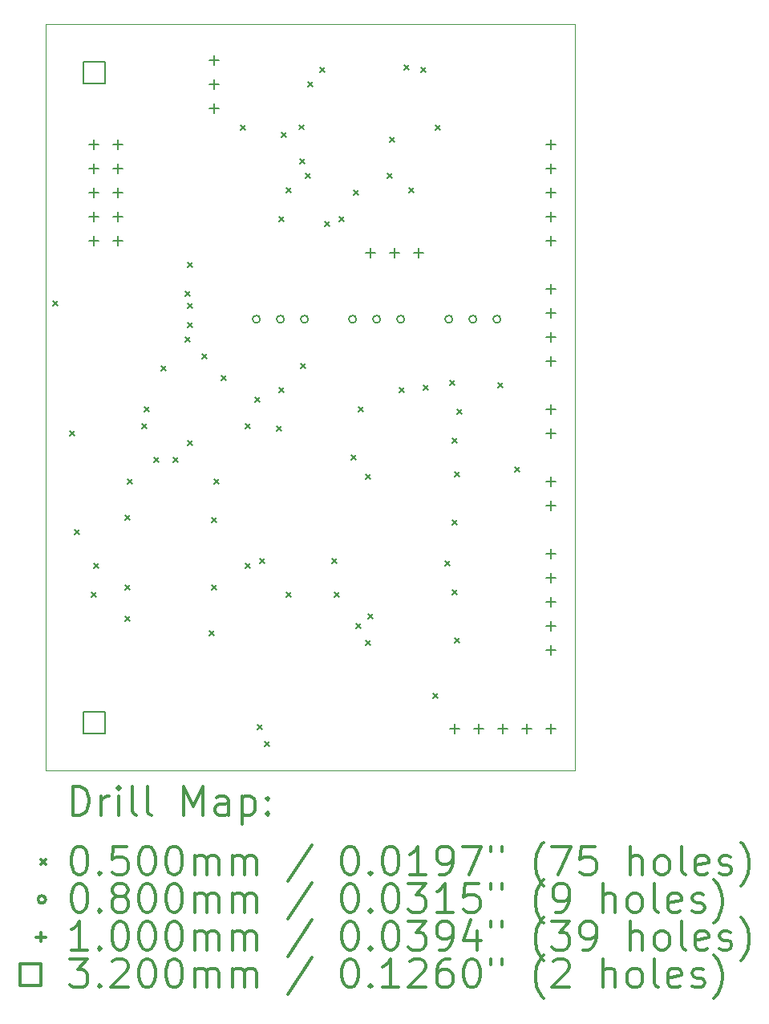
<source format=gbr>
%FSLAX45Y45*%
G04 Gerber Fmt 4.5, Leading zero omitted, Abs format (unit mm)*
G04 Created by KiCad (PCBNEW 5.1.12-84ad8e8a86~92~ubuntu20.04.1) date 2021-12-23 13:48:16*
%MOMM*%
%LPD*%
G01*
G04 APERTURE LIST*
%TA.AperFunction,Profile*%
%ADD10C,0.050000*%
%TD*%
%ADD11C,0.200000*%
%ADD12C,0.300000*%
G04 APERTURE END LIST*
D10*
X8128000Y-2540000D02*
X2540000Y-2540000D01*
X8128000Y-10414000D02*
X8128000Y-2540000D01*
X2540000Y-10414000D02*
X8128000Y-10414000D01*
X2540000Y-2540000D02*
X2540000Y-10414000D01*
D11*
X2616600Y-5461400D02*
X2666600Y-5511400D01*
X2666600Y-5461400D02*
X2616600Y-5511400D01*
X2794400Y-6833000D02*
X2844400Y-6883000D01*
X2844400Y-6833000D02*
X2794400Y-6883000D01*
X2845200Y-7874400D02*
X2895200Y-7924400D01*
X2895200Y-7874400D02*
X2845200Y-7924400D01*
X3023000Y-8534800D02*
X3073000Y-8584800D01*
X3073000Y-8534800D02*
X3023000Y-8584800D01*
X3048400Y-8230000D02*
X3098400Y-8280000D01*
X3098400Y-8230000D02*
X3048400Y-8280000D01*
X3378600Y-7722000D02*
X3428600Y-7772000D01*
X3428600Y-7722000D02*
X3378600Y-7772000D01*
X3378600Y-8458600D02*
X3428600Y-8508600D01*
X3428600Y-8458600D02*
X3378600Y-8508600D01*
X3378600Y-8788800D02*
X3428600Y-8838800D01*
X3428600Y-8788800D02*
X3378600Y-8838800D01*
X3404000Y-7341000D02*
X3454000Y-7391000D01*
X3454000Y-7341000D02*
X3404000Y-7391000D01*
X3556400Y-6756800D02*
X3606400Y-6806800D01*
X3606400Y-6756800D02*
X3556400Y-6806800D01*
X3581800Y-6579000D02*
X3631800Y-6629000D01*
X3631800Y-6579000D02*
X3581800Y-6629000D01*
X3683400Y-7112400D02*
X3733400Y-7162400D01*
X3733400Y-7112400D02*
X3683400Y-7162400D01*
X3759600Y-6147200D02*
X3809600Y-6197200D01*
X3809600Y-6147200D02*
X3759600Y-6197200D01*
X3886600Y-7112400D02*
X3936600Y-7162400D01*
X3936600Y-7112400D02*
X3886600Y-7162400D01*
X4013600Y-5359800D02*
X4063600Y-5409800D01*
X4063600Y-5359800D02*
X4013600Y-5409800D01*
X4013600Y-5842400D02*
X4063600Y-5892400D01*
X4063600Y-5842400D02*
X4013600Y-5892400D01*
X4039000Y-5055000D02*
X4089000Y-5105000D01*
X4089000Y-5055000D02*
X4039000Y-5105000D01*
X4039000Y-5486800D02*
X4089000Y-5536800D01*
X4089000Y-5486800D02*
X4039000Y-5536800D01*
X4039000Y-5690000D02*
X4089000Y-5740000D01*
X4089000Y-5690000D02*
X4039000Y-5740000D01*
X4039000Y-6934600D02*
X4089000Y-6984600D01*
X4089000Y-6934600D02*
X4039000Y-6984600D01*
X4191400Y-6020200D02*
X4241400Y-6070200D01*
X4241400Y-6020200D02*
X4191400Y-6070200D01*
X4267600Y-8941200D02*
X4317600Y-8991200D01*
X4317600Y-8941200D02*
X4267600Y-8991200D01*
X4293000Y-7747400D02*
X4343000Y-7797400D01*
X4343000Y-7747400D02*
X4293000Y-7797400D01*
X4293000Y-8458600D02*
X4343000Y-8508600D01*
X4343000Y-8458600D02*
X4293000Y-8508600D01*
X4318400Y-7341000D02*
X4368400Y-7391000D01*
X4368400Y-7341000D02*
X4318400Y-7391000D01*
X4394600Y-6248800D02*
X4444600Y-6298800D01*
X4444600Y-6248800D02*
X4394600Y-6298800D01*
X4597800Y-3607200D02*
X4647800Y-3657200D01*
X4647800Y-3607200D02*
X4597800Y-3657200D01*
X4648600Y-6756800D02*
X4698600Y-6806800D01*
X4698600Y-6756800D02*
X4648600Y-6806800D01*
X4648600Y-8230000D02*
X4698600Y-8280000D01*
X4698600Y-8230000D02*
X4648600Y-8280000D01*
X4750200Y-6477400D02*
X4800200Y-6527400D01*
X4800200Y-6477400D02*
X4750200Y-6527400D01*
X4775600Y-9931800D02*
X4825600Y-9981800D01*
X4825600Y-9931800D02*
X4775600Y-9981800D01*
X4801000Y-8179200D02*
X4851000Y-8229200D01*
X4851000Y-8179200D02*
X4801000Y-8229200D01*
X4851800Y-10109600D02*
X4901800Y-10159600D01*
X4901800Y-10109600D02*
X4851800Y-10159600D01*
X4978800Y-6782200D02*
X5028800Y-6832200D01*
X5028800Y-6782200D02*
X4978800Y-6832200D01*
X5004200Y-4572400D02*
X5054200Y-4622400D01*
X5054200Y-4572400D02*
X5004200Y-4622400D01*
X5004200Y-6375800D02*
X5054200Y-6425800D01*
X5054200Y-6375800D02*
X5004200Y-6425800D01*
X5029600Y-3678369D02*
X5079600Y-3728369D01*
X5079600Y-3678369D02*
X5029600Y-3728369D01*
X5080400Y-8534800D02*
X5130400Y-8584800D01*
X5130400Y-8534800D02*
X5080400Y-8584800D01*
X5080400Y-4267600D02*
X5130400Y-4317600D01*
X5130400Y-4267600D02*
X5080400Y-4317600D01*
X5214331Y-3600269D02*
X5264331Y-3650269D01*
X5264331Y-3600269D02*
X5214331Y-3650269D01*
X5221200Y-3962800D02*
X5271200Y-4012800D01*
X5271200Y-3962800D02*
X5221200Y-4012800D01*
X5232800Y-6121800D02*
X5282800Y-6171800D01*
X5282800Y-6121800D02*
X5232800Y-6171800D01*
X5283599Y-4115200D02*
X5333599Y-4165200D01*
X5333599Y-4115200D02*
X5283599Y-4165200D01*
X5309000Y-3150000D02*
X5359000Y-3200000D01*
X5359000Y-3150000D02*
X5309000Y-3200000D01*
X5436000Y-2997600D02*
X5486000Y-3047600D01*
X5486000Y-2997600D02*
X5436000Y-3047600D01*
X5486800Y-4623200D02*
X5536800Y-4673200D01*
X5536800Y-4623200D02*
X5486800Y-4673200D01*
X5563000Y-8179200D02*
X5613000Y-8229200D01*
X5613000Y-8179200D02*
X5563000Y-8229200D01*
X5589500Y-8534800D02*
X5639500Y-8584800D01*
X5639500Y-8534800D02*
X5589500Y-8584800D01*
X5639200Y-4572400D02*
X5689200Y-4622400D01*
X5689200Y-4572400D02*
X5639200Y-4622400D01*
X5766200Y-7087000D02*
X5816200Y-7137000D01*
X5816200Y-7087000D02*
X5766200Y-7137000D01*
X5791600Y-4293000D02*
X5841600Y-4343000D01*
X5841600Y-4293000D02*
X5791600Y-4343000D01*
X5817000Y-8865000D02*
X5867000Y-8915000D01*
X5867000Y-8865000D02*
X5817000Y-8915000D01*
X5842400Y-6579000D02*
X5892400Y-6629000D01*
X5892400Y-6579000D02*
X5842400Y-6629000D01*
X5918600Y-7290200D02*
X5968600Y-7340200D01*
X5968600Y-7290200D02*
X5918600Y-7340200D01*
X5918600Y-9042800D02*
X5968600Y-9092800D01*
X5968600Y-9042800D02*
X5918600Y-9092800D01*
X5944000Y-8763400D02*
X5994000Y-8813400D01*
X5994000Y-8763400D02*
X5944000Y-8813400D01*
X6147200Y-4115200D02*
X6197200Y-4165200D01*
X6197200Y-4115200D02*
X6147200Y-4165200D01*
X6172600Y-3734200D02*
X6222600Y-3784200D01*
X6222600Y-3734200D02*
X6172600Y-3784200D01*
X6274200Y-6375800D02*
X6324200Y-6425800D01*
X6324200Y-6375800D02*
X6274200Y-6425800D01*
X6325000Y-2972200D02*
X6375000Y-3022200D01*
X6375000Y-2972200D02*
X6325000Y-3022200D01*
X6375800Y-4267600D02*
X6425800Y-4317600D01*
X6425800Y-4267600D02*
X6375800Y-4317600D01*
X6502800Y-2997600D02*
X6552800Y-3047600D01*
X6552800Y-2997600D02*
X6502800Y-3047600D01*
X6528200Y-6351500D02*
X6578200Y-6401500D01*
X6578200Y-6351500D02*
X6528200Y-6401500D01*
X6629800Y-9601600D02*
X6679800Y-9651600D01*
X6679800Y-9601600D02*
X6629800Y-9651600D01*
X6655200Y-3607200D02*
X6705200Y-3657200D01*
X6705200Y-3607200D02*
X6655200Y-3657200D01*
X6756800Y-8204600D02*
X6806800Y-8254600D01*
X6806800Y-8204600D02*
X6756800Y-8254600D01*
X6807600Y-6299600D02*
X6857600Y-6349600D01*
X6857600Y-6299600D02*
X6807600Y-6349600D01*
X6833000Y-6909200D02*
X6883000Y-6959200D01*
X6883000Y-6909200D02*
X6833000Y-6959200D01*
X6833000Y-7772800D02*
X6883000Y-7822800D01*
X6883000Y-7772800D02*
X6833000Y-7822800D01*
X6833000Y-8509400D02*
X6883000Y-8559400D01*
X6883000Y-8509400D02*
X6833000Y-8559400D01*
X6858400Y-7264800D02*
X6908400Y-7314800D01*
X6908400Y-7264800D02*
X6858400Y-7314800D01*
X6858400Y-9017400D02*
X6908400Y-9067400D01*
X6908400Y-9017400D02*
X6858400Y-9067400D01*
X6885843Y-6601613D02*
X6935843Y-6651613D01*
X6935843Y-6601613D02*
X6885843Y-6651613D01*
X7315600Y-6325000D02*
X7365600Y-6375000D01*
X7365600Y-6325000D02*
X7315600Y-6375000D01*
X7493400Y-7214000D02*
X7543400Y-7264000D01*
X7543400Y-7214000D02*
X7493400Y-7264000D01*
X4802500Y-5651500D02*
G75*
G03*
X4802500Y-5651500I-40000J0D01*
G01*
X5056500Y-5651500D02*
G75*
G03*
X5056500Y-5651500I-40000J0D01*
G01*
X5310500Y-5651500D02*
G75*
G03*
X5310500Y-5651500I-40000J0D01*
G01*
X5818500Y-5651500D02*
G75*
G03*
X5818500Y-5651500I-40000J0D01*
G01*
X6072500Y-5651500D02*
G75*
G03*
X6072500Y-5651500I-40000J0D01*
G01*
X6326500Y-5651500D02*
G75*
G03*
X6326500Y-5651500I-40000J0D01*
G01*
X6834500Y-5651500D02*
G75*
G03*
X6834500Y-5651500I-40000J0D01*
G01*
X7088500Y-5651500D02*
G75*
G03*
X7088500Y-5651500I-40000J0D01*
G01*
X7342500Y-5651500D02*
G75*
G03*
X7342500Y-5651500I-40000J0D01*
G01*
X3048000Y-3760000D02*
X3048000Y-3860000D01*
X2998000Y-3810000D02*
X3098000Y-3810000D01*
X3048000Y-4014000D02*
X3048000Y-4114000D01*
X2998000Y-4064000D02*
X3098000Y-4064000D01*
X3048000Y-4268000D02*
X3048000Y-4368000D01*
X2998000Y-4318000D02*
X3098000Y-4318000D01*
X3048000Y-4522000D02*
X3048000Y-4622000D01*
X2998000Y-4572000D02*
X3098000Y-4572000D01*
X3048000Y-4776000D02*
X3048000Y-4876000D01*
X2998000Y-4826000D02*
X3098000Y-4826000D01*
X3302000Y-3760000D02*
X3302000Y-3860000D01*
X3252000Y-3810000D02*
X3352000Y-3810000D01*
X3302000Y-4014000D02*
X3302000Y-4114000D01*
X3252000Y-4064000D02*
X3352000Y-4064000D01*
X3302000Y-4268000D02*
X3302000Y-4368000D01*
X3252000Y-4318000D02*
X3352000Y-4318000D01*
X3302000Y-4522000D02*
X3302000Y-4622000D01*
X3252000Y-4572000D02*
X3352000Y-4572000D01*
X3302000Y-4776000D02*
X3302000Y-4876000D01*
X3252000Y-4826000D02*
X3352000Y-4826000D01*
X4318000Y-2871000D02*
X4318000Y-2971000D01*
X4268000Y-2921000D02*
X4368000Y-2921000D01*
X4318000Y-3125000D02*
X4318000Y-3225000D01*
X4268000Y-3175000D02*
X4368000Y-3175000D01*
X4318000Y-3379000D02*
X4318000Y-3479000D01*
X4268000Y-3429000D02*
X4368000Y-3429000D01*
X5969000Y-4903000D02*
X5969000Y-5003000D01*
X5919000Y-4953000D02*
X6019000Y-4953000D01*
X6223000Y-4903000D02*
X6223000Y-5003000D01*
X6173000Y-4953000D02*
X6273000Y-4953000D01*
X6477000Y-4903000D02*
X6477000Y-5003000D01*
X6427000Y-4953000D02*
X6527000Y-4953000D01*
X6858000Y-9919500D02*
X6858000Y-10019500D01*
X6808000Y-9969500D02*
X6908000Y-9969500D01*
X7112000Y-9919500D02*
X7112000Y-10019500D01*
X7062000Y-9969500D02*
X7162000Y-9969500D01*
X7366000Y-9919500D02*
X7366000Y-10019500D01*
X7316000Y-9969500D02*
X7416000Y-9969500D01*
X7620000Y-9919500D02*
X7620000Y-10019500D01*
X7570000Y-9969500D02*
X7670000Y-9969500D01*
X7874000Y-3760000D02*
X7874000Y-3860000D01*
X7824000Y-3810000D02*
X7924000Y-3810000D01*
X7874000Y-4014000D02*
X7874000Y-4114000D01*
X7824000Y-4064000D02*
X7924000Y-4064000D01*
X7874000Y-4268000D02*
X7874000Y-4368000D01*
X7824000Y-4318000D02*
X7924000Y-4318000D01*
X7874000Y-4522000D02*
X7874000Y-4622000D01*
X7824000Y-4572000D02*
X7924000Y-4572000D01*
X7874000Y-4776000D02*
X7874000Y-4876000D01*
X7824000Y-4826000D02*
X7924000Y-4826000D01*
X7874000Y-5284000D02*
X7874000Y-5384000D01*
X7824000Y-5334000D02*
X7924000Y-5334000D01*
X7874000Y-5538000D02*
X7874000Y-5638000D01*
X7824000Y-5588000D02*
X7924000Y-5588000D01*
X7874000Y-5792000D02*
X7874000Y-5892000D01*
X7824000Y-5842000D02*
X7924000Y-5842000D01*
X7874000Y-6046000D02*
X7874000Y-6146000D01*
X7824000Y-6096000D02*
X7924000Y-6096000D01*
X7874000Y-6554000D02*
X7874000Y-6654000D01*
X7824000Y-6604000D02*
X7924000Y-6604000D01*
X7874000Y-6808000D02*
X7874000Y-6908000D01*
X7824000Y-6858000D02*
X7924000Y-6858000D01*
X7874000Y-7316000D02*
X7874000Y-7416000D01*
X7824000Y-7366000D02*
X7924000Y-7366000D01*
X7874000Y-7570000D02*
X7874000Y-7670000D01*
X7824000Y-7620000D02*
X7924000Y-7620000D01*
X7874000Y-8078000D02*
X7874000Y-8178000D01*
X7824000Y-8128000D02*
X7924000Y-8128000D01*
X7874000Y-8332000D02*
X7874000Y-8432000D01*
X7824000Y-8382000D02*
X7924000Y-8382000D01*
X7874000Y-8586000D02*
X7874000Y-8686000D01*
X7824000Y-8636000D02*
X7924000Y-8636000D01*
X7874000Y-8840000D02*
X7874000Y-8940000D01*
X7824000Y-8890000D02*
X7924000Y-8890000D01*
X7874000Y-9094000D02*
X7874000Y-9194000D01*
X7824000Y-9144000D02*
X7924000Y-9144000D01*
X7874000Y-9919500D02*
X7874000Y-10019500D01*
X7824000Y-9969500D02*
X7924000Y-9969500D01*
X3161138Y-3161138D02*
X3161138Y-2934862D01*
X2934862Y-2934862D01*
X2934862Y-3161138D01*
X3161138Y-3161138D01*
X3161138Y-10019138D02*
X3161138Y-9792862D01*
X2934862Y-9792862D01*
X2934862Y-10019138D01*
X3161138Y-10019138D01*
D12*
X2823928Y-10882214D02*
X2823928Y-10582214D01*
X2895357Y-10582214D01*
X2938214Y-10596500D01*
X2966786Y-10625072D01*
X2981071Y-10653643D01*
X2995357Y-10710786D01*
X2995357Y-10753643D01*
X2981071Y-10810786D01*
X2966786Y-10839357D01*
X2938214Y-10867929D01*
X2895357Y-10882214D01*
X2823928Y-10882214D01*
X3123928Y-10882214D02*
X3123928Y-10682214D01*
X3123928Y-10739357D02*
X3138214Y-10710786D01*
X3152500Y-10696500D01*
X3181071Y-10682214D01*
X3209643Y-10682214D01*
X3309643Y-10882214D02*
X3309643Y-10682214D01*
X3309643Y-10582214D02*
X3295357Y-10596500D01*
X3309643Y-10610786D01*
X3323928Y-10596500D01*
X3309643Y-10582214D01*
X3309643Y-10610786D01*
X3495357Y-10882214D02*
X3466786Y-10867929D01*
X3452500Y-10839357D01*
X3452500Y-10582214D01*
X3652500Y-10882214D02*
X3623928Y-10867929D01*
X3609643Y-10839357D01*
X3609643Y-10582214D01*
X3995357Y-10882214D02*
X3995357Y-10582214D01*
X4095357Y-10796500D01*
X4195357Y-10582214D01*
X4195357Y-10882214D01*
X4466786Y-10882214D02*
X4466786Y-10725072D01*
X4452500Y-10696500D01*
X4423928Y-10682214D01*
X4366786Y-10682214D01*
X4338214Y-10696500D01*
X4466786Y-10867929D02*
X4438214Y-10882214D01*
X4366786Y-10882214D01*
X4338214Y-10867929D01*
X4323928Y-10839357D01*
X4323928Y-10810786D01*
X4338214Y-10782214D01*
X4366786Y-10767929D01*
X4438214Y-10767929D01*
X4466786Y-10753643D01*
X4609643Y-10682214D02*
X4609643Y-10982214D01*
X4609643Y-10696500D02*
X4638214Y-10682214D01*
X4695357Y-10682214D01*
X4723928Y-10696500D01*
X4738214Y-10710786D01*
X4752500Y-10739357D01*
X4752500Y-10825072D01*
X4738214Y-10853643D01*
X4723928Y-10867929D01*
X4695357Y-10882214D01*
X4638214Y-10882214D01*
X4609643Y-10867929D01*
X4881071Y-10853643D02*
X4895357Y-10867929D01*
X4881071Y-10882214D01*
X4866786Y-10867929D01*
X4881071Y-10853643D01*
X4881071Y-10882214D01*
X4881071Y-10696500D02*
X4895357Y-10710786D01*
X4881071Y-10725072D01*
X4866786Y-10710786D01*
X4881071Y-10696500D01*
X4881071Y-10725072D01*
X2487500Y-11351500D02*
X2537500Y-11401500D01*
X2537500Y-11351500D02*
X2487500Y-11401500D01*
X2881071Y-11212214D02*
X2909643Y-11212214D01*
X2938214Y-11226500D01*
X2952500Y-11240786D01*
X2966786Y-11269357D01*
X2981071Y-11326500D01*
X2981071Y-11397929D01*
X2966786Y-11455071D01*
X2952500Y-11483643D01*
X2938214Y-11497929D01*
X2909643Y-11512214D01*
X2881071Y-11512214D01*
X2852500Y-11497929D01*
X2838214Y-11483643D01*
X2823928Y-11455071D01*
X2809643Y-11397929D01*
X2809643Y-11326500D01*
X2823928Y-11269357D01*
X2838214Y-11240786D01*
X2852500Y-11226500D01*
X2881071Y-11212214D01*
X3109643Y-11483643D02*
X3123928Y-11497929D01*
X3109643Y-11512214D01*
X3095357Y-11497929D01*
X3109643Y-11483643D01*
X3109643Y-11512214D01*
X3395357Y-11212214D02*
X3252500Y-11212214D01*
X3238214Y-11355071D01*
X3252500Y-11340786D01*
X3281071Y-11326500D01*
X3352500Y-11326500D01*
X3381071Y-11340786D01*
X3395357Y-11355071D01*
X3409643Y-11383643D01*
X3409643Y-11455071D01*
X3395357Y-11483643D01*
X3381071Y-11497929D01*
X3352500Y-11512214D01*
X3281071Y-11512214D01*
X3252500Y-11497929D01*
X3238214Y-11483643D01*
X3595357Y-11212214D02*
X3623928Y-11212214D01*
X3652500Y-11226500D01*
X3666786Y-11240786D01*
X3681071Y-11269357D01*
X3695357Y-11326500D01*
X3695357Y-11397929D01*
X3681071Y-11455071D01*
X3666786Y-11483643D01*
X3652500Y-11497929D01*
X3623928Y-11512214D01*
X3595357Y-11512214D01*
X3566786Y-11497929D01*
X3552500Y-11483643D01*
X3538214Y-11455071D01*
X3523928Y-11397929D01*
X3523928Y-11326500D01*
X3538214Y-11269357D01*
X3552500Y-11240786D01*
X3566786Y-11226500D01*
X3595357Y-11212214D01*
X3881071Y-11212214D02*
X3909643Y-11212214D01*
X3938214Y-11226500D01*
X3952500Y-11240786D01*
X3966786Y-11269357D01*
X3981071Y-11326500D01*
X3981071Y-11397929D01*
X3966786Y-11455071D01*
X3952500Y-11483643D01*
X3938214Y-11497929D01*
X3909643Y-11512214D01*
X3881071Y-11512214D01*
X3852500Y-11497929D01*
X3838214Y-11483643D01*
X3823928Y-11455071D01*
X3809643Y-11397929D01*
X3809643Y-11326500D01*
X3823928Y-11269357D01*
X3838214Y-11240786D01*
X3852500Y-11226500D01*
X3881071Y-11212214D01*
X4109643Y-11512214D02*
X4109643Y-11312214D01*
X4109643Y-11340786D02*
X4123928Y-11326500D01*
X4152500Y-11312214D01*
X4195357Y-11312214D01*
X4223928Y-11326500D01*
X4238214Y-11355071D01*
X4238214Y-11512214D01*
X4238214Y-11355071D02*
X4252500Y-11326500D01*
X4281071Y-11312214D01*
X4323928Y-11312214D01*
X4352500Y-11326500D01*
X4366786Y-11355071D01*
X4366786Y-11512214D01*
X4509643Y-11512214D02*
X4509643Y-11312214D01*
X4509643Y-11340786D02*
X4523928Y-11326500D01*
X4552500Y-11312214D01*
X4595357Y-11312214D01*
X4623928Y-11326500D01*
X4638214Y-11355071D01*
X4638214Y-11512214D01*
X4638214Y-11355071D02*
X4652500Y-11326500D01*
X4681071Y-11312214D01*
X4723928Y-11312214D01*
X4752500Y-11326500D01*
X4766786Y-11355071D01*
X4766786Y-11512214D01*
X5352500Y-11197929D02*
X5095357Y-11583643D01*
X5738214Y-11212214D02*
X5766786Y-11212214D01*
X5795357Y-11226500D01*
X5809643Y-11240786D01*
X5823928Y-11269357D01*
X5838214Y-11326500D01*
X5838214Y-11397929D01*
X5823928Y-11455071D01*
X5809643Y-11483643D01*
X5795357Y-11497929D01*
X5766786Y-11512214D01*
X5738214Y-11512214D01*
X5709643Y-11497929D01*
X5695357Y-11483643D01*
X5681071Y-11455071D01*
X5666786Y-11397929D01*
X5666786Y-11326500D01*
X5681071Y-11269357D01*
X5695357Y-11240786D01*
X5709643Y-11226500D01*
X5738214Y-11212214D01*
X5966786Y-11483643D02*
X5981071Y-11497929D01*
X5966786Y-11512214D01*
X5952500Y-11497929D01*
X5966786Y-11483643D01*
X5966786Y-11512214D01*
X6166786Y-11212214D02*
X6195357Y-11212214D01*
X6223928Y-11226500D01*
X6238214Y-11240786D01*
X6252500Y-11269357D01*
X6266786Y-11326500D01*
X6266786Y-11397929D01*
X6252500Y-11455071D01*
X6238214Y-11483643D01*
X6223928Y-11497929D01*
X6195357Y-11512214D01*
X6166786Y-11512214D01*
X6138214Y-11497929D01*
X6123928Y-11483643D01*
X6109643Y-11455071D01*
X6095357Y-11397929D01*
X6095357Y-11326500D01*
X6109643Y-11269357D01*
X6123928Y-11240786D01*
X6138214Y-11226500D01*
X6166786Y-11212214D01*
X6552500Y-11512214D02*
X6381071Y-11512214D01*
X6466786Y-11512214D02*
X6466786Y-11212214D01*
X6438214Y-11255071D01*
X6409643Y-11283643D01*
X6381071Y-11297929D01*
X6695357Y-11512214D02*
X6752500Y-11512214D01*
X6781071Y-11497929D01*
X6795357Y-11483643D01*
X6823928Y-11440786D01*
X6838214Y-11383643D01*
X6838214Y-11269357D01*
X6823928Y-11240786D01*
X6809643Y-11226500D01*
X6781071Y-11212214D01*
X6723928Y-11212214D01*
X6695357Y-11226500D01*
X6681071Y-11240786D01*
X6666786Y-11269357D01*
X6666786Y-11340786D01*
X6681071Y-11369357D01*
X6695357Y-11383643D01*
X6723928Y-11397929D01*
X6781071Y-11397929D01*
X6809643Y-11383643D01*
X6823928Y-11369357D01*
X6838214Y-11340786D01*
X6938214Y-11212214D02*
X7138214Y-11212214D01*
X7009643Y-11512214D01*
X7238214Y-11212214D02*
X7238214Y-11269357D01*
X7352500Y-11212214D02*
X7352500Y-11269357D01*
X7795357Y-11626500D02*
X7781071Y-11612214D01*
X7752500Y-11569357D01*
X7738214Y-11540786D01*
X7723928Y-11497929D01*
X7709643Y-11426500D01*
X7709643Y-11369357D01*
X7723928Y-11297929D01*
X7738214Y-11255071D01*
X7752500Y-11226500D01*
X7781071Y-11183643D01*
X7795357Y-11169357D01*
X7881071Y-11212214D02*
X8081071Y-11212214D01*
X7952500Y-11512214D01*
X8338214Y-11212214D02*
X8195357Y-11212214D01*
X8181071Y-11355071D01*
X8195357Y-11340786D01*
X8223928Y-11326500D01*
X8295357Y-11326500D01*
X8323928Y-11340786D01*
X8338214Y-11355071D01*
X8352500Y-11383643D01*
X8352500Y-11455071D01*
X8338214Y-11483643D01*
X8323928Y-11497929D01*
X8295357Y-11512214D01*
X8223928Y-11512214D01*
X8195357Y-11497929D01*
X8181071Y-11483643D01*
X8709643Y-11512214D02*
X8709643Y-11212214D01*
X8838214Y-11512214D02*
X8838214Y-11355071D01*
X8823928Y-11326500D01*
X8795357Y-11312214D01*
X8752500Y-11312214D01*
X8723928Y-11326500D01*
X8709643Y-11340786D01*
X9023928Y-11512214D02*
X8995357Y-11497929D01*
X8981071Y-11483643D01*
X8966786Y-11455071D01*
X8966786Y-11369357D01*
X8981071Y-11340786D01*
X8995357Y-11326500D01*
X9023928Y-11312214D01*
X9066786Y-11312214D01*
X9095357Y-11326500D01*
X9109643Y-11340786D01*
X9123928Y-11369357D01*
X9123928Y-11455071D01*
X9109643Y-11483643D01*
X9095357Y-11497929D01*
X9066786Y-11512214D01*
X9023928Y-11512214D01*
X9295357Y-11512214D02*
X9266786Y-11497929D01*
X9252500Y-11469357D01*
X9252500Y-11212214D01*
X9523928Y-11497929D02*
X9495357Y-11512214D01*
X9438214Y-11512214D01*
X9409643Y-11497929D01*
X9395357Y-11469357D01*
X9395357Y-11355071D01*
X9409643Y-11326500D01*
X9438214Y-11312214D01*
X9495357Y-11312214D01*
X9523928Y-11326500D01*
X9538214Y-11355071D01*
X9538214Y-11383643D01*
X9395357Y-11412214D01*
X9652500Y-11497929D02*
X9681071Y-11512214D01*
X9738214Y-11512214D01*
X9766786Y-11497929D01*
X9781071Y-11469357D01*
X9781071Y-11455071D01*
X9766786Y-11426500D01*
X9738214Y-11412214D01*
X9695357Y-11412214D01*
X9666786Y-11397929D01*
X9652500Y-11369357D01*
X9652500Y-11355071D01*
X9666786Y-11326500D01*
X9695357Y-11312214D01*
X9738214Y-11312214D01*
X9766786Y-11326500D01*
X9881071Y-11626500D02*
X9895357Y-11612214D01*
X9923928Y-11569357D01*
X9938214Y-11540786D01*
X9952500Y-11497929D01*
X9966786Y-11426500D01*
X9966786Y-11369357D01*
X9952500Y-11297929D01*
X9938214Y-11255071D01*
X9923928Y-11226500D01*
X9895357Y-11183643D01*
X9881071Y-11169357D01*
X2537500Y-11772500D02*
G75*
G03*
X2537500Y-11772500I-40000J0D01*
G01*
X2881071Y-11608214D02*
X2909643Y-11608214D01*
X2938214Y-11622500D01*
X2952500Y-11636786D01*
X2966786Y-11665357D01*
X2981071Y-11722500D01*
X2981071Y-11793929D01*
X2966786Y-11851071D01*
X2952500Y-11879643D01*
X2938214Y-11893929D01*
X2909643Y-11908214D01*
X2881071Y-11908214D01*
X2852500Y-11893929D01*
X2838214Y-11879643D01*
X2823928Y-11851071D01*
X2809643Y-11793929D01*
X2809643Y-11722500D01*
X2823928Y-11665357D01*
X2838214Y-11636786D01*
X2852500Y-11622500D01*
X2881071Y-11608214D01*
X3109643Y-11879643D02*
X3123928Y-11893929D01*
X3109643Y-11908214D01*
X3095357Y-11893929D01*
X3109643Y-11879643D01*
X3109643Y-11908214D01*
X3295357Y-11736786D02*
X3266786Y-11722500D01*
X3252500Y-11708214D01*
X3238214Y-11679643D01*
X3238214Y-11665357D01*
X3252500Y-11636786D01*
X3266786Y-11622500D01*
X3295357Y-11608214D01*
X3352500Y-11608214D01*
X3381071Y-11622500D01*
X3395357Y-11636786D01*
X3409643Y-11665357D01*
X3409643Y-11679643D01*
X3395357Y-11708214D01*
X3381071Y-11722500D01*
X3352500Y-11736786D01*
X3295357Y-11736786D01*
X3266786Y-11751071D01*
X3252500Y-11765357D01*
X3238214Y-11793929D01*
X3238214Y-11851071D01*
X3252500Y-11879643D01*
X3266786Y-11893929D01*
X3295357Y-11908214D01*
X3352500Y-11908214D01*
X3381071Y-11893929D01*
X3395357Y-11879643D01*
X3409643Y-11851071D01*
X3409643Y-11793929D01*
X3395357Y-11765357D01*
X3381071Y-11751071D01*
X3352500Y-11736786D01*
X3595357Y-11608214D02*
X3623928Y-11608214D01*
X3652500Y-11622500D01*
X3666786Y-11636786D01*
X3681071Y-11665357D01*
X3695357Y-11722500D01*
X3695357Y-11793929D01*
X3681071Y-11851071D01*
X3666786Y-11879643D01*
X3652500Y-11893929D01*
X3623928Y-11908214D01*
X3595357Y-11908214D01*
X3566786Y-11893929D01*
X3552500Y-11879643D01*
X3538214Y-11851071D01*
X3523928Y-11793929D01*
X3523928Y-11722500D01*
X3538214Y-11665357D01*
X3552500Y-11636786D01*
X3566786Y-11622500D01*
X3595357Y-11608214D01*
X3881071Y-11608214D02*
X3909643Y-11608214D01*
X3938214Y-11622500D01*
X3952500Y-11636786D01*
X3966786Y-11665357D01*
X3981071Y-11722500D01*
X3981071Y-11793929D01*
X3966786Y-11851071D01*
X3952500Y-11879643D01*
X3938214Y-11893929D01*
X3909643Y-11908214D01*
X3881071Y-11908214D01*
X3852500Y-11893929D01*
X3838214Y-11879643D01*
X3823928Y-11851071D01*
X3809643Y-11793929D01*
X3809643Y-11722500D01*
X3823928Y-11665357D01*
X3838214Y-11636786D01*
X3852500Y-11622500D01*
X3881071Y-11608214D01*
X4109643Y-11908214D02*
X4109643Y-11708214D01*
X4109643Y-11736786D02*
X4123928Y-11722500D01*
X4152500Y-11708214D01*
X4195357Y-11708214D01*
X4223928Y-11722500D01*
X4238214Y-11751071D01*
X4238214Y-11908214D01*
X4238214Y-11751071D02*
X4252500Y-11722500D01*
X4281071Y-11708214D01*
X4323928Y-11708214D01*
X4352500Y-11722500D01*
X4366786Y-11751071D01*
X4366786Y-11908214D01*
X4509643Y-11908214D02*
X4509643Y-11708214D01*
X4509643Y-11736786D02*
X4523928Y-11722500D01*
X4552500Y-11708214D01*
X4595357Y-11708214D01*
X4623928Y-11722500D01*
X4638214Y-11751071D01*
X4638214Y-11908214D01*
X4638214Y-11751071D02*
X4652500Y-11722500D01*
X4681071Y-11708214D01*
X4723928Y-11708214D01*
X4752500Y-11722500D01*
X4766786Y-11751071D01*
X4766786Y-11908214D01*
X5352500Y-11593929D02*
X5095357Y-11979643D01*
X5738214Y-11608214D02*
X5766786Y-11608214D01*
X5795357Y-11622500D01*
X5809643Y-11636786D01*
X5823928Y-11665357D01*
X5838214Y-11722500D01*
X5838214Y-11793929D01*
X5823928Y-11851071D01*
X5809643Y-11879643D01*
X5795357Y-11893929D01*
X5766786Y-11908214D01*
X5738214Y-11908214D01*
X5709643Y-11893929D01*
X5695357Y-11879643D01*
X5681071Y-11851071D01*
X5666786Y-11793929D01*
X5666786Y-11722500D01*
X5681071Y-11665357D01*
X5695357Y-11636786D01*
X5709643Y-11622500D01*
X5738214Y-11608214D01*
X5966786Y-11879643D02*
X5981071Y-11893929D01*
X5966786Y-11908214D01*
X5952500Y-11893929D01*
X5966786Y-11879643D01*
X5966786Y-11908214D01*
X6166786Y-11608214D02*
X6195357Y-11608214D01*
X6223928Y-11622500D01*
X6238214Y-11636786D01*
X6252500Y-11665357D01*
X6266786Y-11722500D01*
X6266786Y-11793929D01*
X6252500Y-11851071D01*
X6238214Y-11879643D01*
X6223928Y-11893929D01*
X6195357Y-11908214D01*
X6166786Y-11908214D01*
X6138214Y-11893929D01*
X6123928Y-11879643D01*
X6109643Y-11851071D01*
X6095357Y-11793929D01*
X6095357Y-11722500D01*
X6109643Y-11665357D01*
X6123928Y-11636786D01*
X6138214Y-11622500D01*
X6166786Y-11608214D01*
X6366786Y-11608214D02*
X6552500Y-11608214D01*
X6452500Y-11722500D01*
X6495357Y-11722500D01*
X6523928Y-11736786D01*
X6538214Y-11751071D01*
X6552500Y-11779643D01*
X6552500Y-11851071D01*
X6538214Y-11879643D01*
X6523928Y-11893929D01*
X6495357Y-11908214D01*
X6409643Y-11908214D01*
X6381071Y-11893929D01*
X6366786Y-11879643D01*
X6838214Y-11908214D02*
X6666786Y-11908214D01*
X6752500Y-11908214D02*
X6752500Y-11608214D01*
X6723928Y-11651071D01*
X6695357Y-11679643D01*
X6666786Y-11693929D01*
X7109643Y-11608214D02*
X6966786Y-11608214D01*
X6952500Y-11751071D01*
X6966786Y-11736786D01*
X6995357Y-11722500D01*
X7066786Y-11722500D01*
X7095357Y-11736786D01*
X7109643Y-11751071D01*
X7123928Y-11779643D01*
X7123928Y-11851071D01*
X7109643Y-11879643D01*
X7095357Y-11893929D01*
X7066786Y-11908214D01*
X6995357Y-11908214D01*
X6966786Y-11893929D01*
X6952500Y-11879643D01*
X7238214Y-11608214D02*
X7238214Y-11665357D01*
X7352500Y-11608214D02*
X7352500Y-11665357D01*
X7795357Y-12022500D02*
X7781071Y-12008214D01*
X7752500Y-11965357D01*
X7738214Y-11936786D01*
X7723928Y-11893929D01*
X7709643Y-11822500D01*
X7709643Y-11765357D01*
X7723928Y-11693929D01*
X7738214Y-11651071D01*
X7752500Y-11622500D01*
X7781071Y-11579643D01*
X7795357Y-11565357D01*
X7923928Y-11908214D02*
X7981071Y-11908214D01*
X8009643Y-11893929D01*
X8023928Y-11879643D01*
X8052500Y-11836786D01*
X8066786Y-11779643D01*
X8066786Y-11665357D01*
X8052500Y-11636786D01*
X8038214Y-11622500D01*
X8009643Y-11608214D01*
X7952500Y-11608214D01*
X7923928Y-11622500D01*
X7909643Y-11636786D01*
X7895357Y-11665357D01*
X7895357Y-11736786D01*
X7909643Y-11765357D01*
X7923928Y-11779643D01*
X7952500Y-11793929D01*
X8009643Y-11793929D01*
X8038214Y-11779643D01*
X8052500Y-11765357D01*
X8066786Y-11736786D01*
X8423928Y-11908214D02*
X8423928Y-11608214D01*
X8552500Y-11908214D02*
X8552500Y-11751071D01*
X8538214Y-11722500D01*
X8509643Y-11708214D01*
X8466786Y-11708214D01*
X8438214Y-11722500D01*
X8423928Y-11736786D01*
X8738214Y-11908214D02*
X8709643Y-11893929D01*
X8695357Y-11879643D01*
X8681071Y-11851071D01*
X8681071Y-11765357D01*
X8695357Y-11736786D01*
X8709643Y-11722500D01*
X8738214Y-11708214D01*
X8781071Y-11708214D01*
X8809643Y-11722500D01*
X8823928Y-11736786D01*
X8838214Y-11765357D01*
X8838214Y-11851071D01*
X8823928Y-11879643D01*
X8809643Y-11893929D01*
X8781071Y-11908214D01*
X8738214Y-11908214D01*
X9009643Y-11908214D02*
X8981071Y-11893929D01*
X8966786Y-11865357D01*
X8966786Y-11608214D01*
X9238214Y-11893929D02*
X9209643Y-11908214D01*
X9152500Y-11908214D01*
X9123928Y-11893929D01*
X9109643Y-11865357D01*
X9109643Y-11751071D01*
X9123928Y-11722500D01*
X9152500Y-11708214D01*
X9209643Y-11708214D01*
X9238214Y-11722500D01*
X9252500Y-11751071D01*
X9252500Y-11779643D01*
X9109643Y-11808214D01*
X9366786Y-11893929D02*
X9395357Y-11908214D01*
X9452500Y-11908214D01*
X9481071Y-11893929D01*
X9495357Y-11865357D01*
X9495357Y-11851071D01*
X9481071Y-11822500D01*
X9452500Y-11808214D01*
X9409643Y-11808214D01*
X9381071Y-11793929D01*
X9366786Y-11765357D01*
X9366786Y-11751071D01*
X9381071Y-11722500D01*
X9409643Y-11708214D01*
X9452500Y-11708214D01*
X9481071Y-11722500D01*
X9595357Y-12022500D02*
X9609643Y-12008214D01*
X9638214Y-11965357D01*
X9652500Y-11936786D01*
X9666786Y-11893929D01*
X9681071Y-11822500D01*
X9681071Y-11765357D01*
X9666786Y-11693929D01*
X9652500Y-11651071D01*
X9638214Y-11622500D01*
X9609643Y-11579643D01*
X9595357Y-11565357D01*
X2487500Y-12118500D02*
X2487500Y-12218500D01*
X2437500Y-12168500D02*
X2537500Y-12168500D01*
X2981071Y-12304214D02*
X2809643Y-12304214D01*
X2895357Y-12304214D02*
X2895357Y-12004214D01*
X2866786Y-12047071D01*
X2838214Y-12075643D01*
X2809643Y-12089929D01*
X3109643Y-12275643D02*
X3123928Y-12289929D01*
X3109643Y-12304214D01*
X3095357Y-12289929D01*
X3109643Y-12275643D01*
X3109643Y-12304214D01*
X3309643Y-12004214D02*
X3338214Y-12004214D01*
X3366786Y-12018500D01*
X3381071Y-12032786D01*
X3395357Y-12061357D01*
X3409643Y-12118500D01*
X3409643Y-12189929D01*
X3395357Y-12247071D01*
X3381071Y-12275643D01*
X3366786Y-12289929D01*
X3338214Y-12304214D01*
X3309643Y-12304214D01*
X3281071Y-12289929D01*
X3266786Y-12275643D01*
X3252500Y-12247071D01*
X3238214Y-12189929D01*
X3238214Y-12118500D01*
X3252500Y-12061357D01*
X3266786Y-12032786D01*
X3281071Y-12018500D01*
X3309643Y-12004214D01*
X3595357Y-12004214D02*
X3623928Y-12004214D01*
X3652500Y-12018500D01*
X3666786Y-12032786D01*
X3681071Y-12061357D01*
X3695357Y-12118500D01*
X3695357Y-12189929D01*
X3681071Y-12247071D01*
X3666786Y-12275643D01*
X3652500Y-12289929D01*
X3623928Y-12304214D01*
X3595357Y-12304214D01*
X3566786Y-12289929D01*
X3552500Y-12275643D01*
X3538214Y-12247071D01*
X3523928Y-12189929D01*
X3523928Y-12118500D01*
X3538214Y-12061357D01*
X3552500Y-12032786D01*
X3566786Y-12018500D01*
X3595357Y-12004214D01*
X3881071Y-12004214D02*
X3909643Y-12004214D01*
X3938214Y-12018500D01*
X3952500Y-12032786D01*
X3966786Y-12061357D01*
X3981071Y-12118500D01*
X3981071Y-12189929D01*
X3966786Y-12247071D01*
X3952500Y-12275643D01*
X3938214Y-12289929D01*
X3909643Y-12304214D01*
X3881071Y-12304214D01*
X3852500Y-12289929D01*
X3838214Y-12275643D01*
X3823928Y-12247071D01*
X3809643Y-12189929D01*
X3809643Y-12118500D01*
X3823928Y-12061357D01*
X3838214Y-12032786D01*
X3852500Y-12018500D01*
X3881071Y-12004214D01*
X4109643Y-12304214D02*
X4109643Y-12104214D01*
X4109643Y-12132786D02*
X4123928Y-12118500D01*
X4152500Y-12104214D01*
X4195357Y-12104214D01*
X4223928Y-12118500D01*
X4238214Y-12147071D01*
X4238214Y-12304214D01*
X4238214Y-12147071D02*
X4252500Y-12118500D01*
X4281071Y-12104214D01*
X4323928Y-12104214D01*
X4352500Y-12118500D01*
X4366786Y-12147071D01*
X4366786Y-12304214D01*
X4509643Y-12304214D02*
X4509643Y-12104214D01*
X4509643Y-12132786D02*
X4523928Y-12118500D01*
X4552500Y-12104214D01*
X4595357Y-12104214D01*
X4623928Y-12118500D01*
X4638214Y-12147071D01*
X4638214Y-12304214D01*
X4638214Y-12147071D02*
X4652500Y-12118500D01*
X4681071Y-12104214D01*
X4723928Y-12104214D01*
X4752500Y-12118500D01*
X4766786Y-12147071D01*
X4766786Y-12304214D01*
X5352500Y-11989929D02*
X5095357Y-12375643D01*
X5738214Y-12004214D02*
X5766786Y-12004214D01*
X5795357Y-12018500D01*
X5809643Y-12032786D01*
X5823928Y-12061357D01*
X5838214Y-12118500D01*
X5838214Y-12189929D01*
X5823928Y-12247071D01*
X5809643Y-12275643D01*
X5795357Y-12289929D01*
X5766786Y-12304214D01*
X5738214Y-12304214D01*
X5709643Y-12289929D01*
X5695357Y-12275643D01*
X5681071Y-12247071D01*
X5666786Y-12189929D01*
X5666786Y-12118500D01*
X5681071Y-12061357D01*
X5695357Y-12032786D01*
X5709643Y-12018500D01*
X5738214Y-12004214D01*
X5966786Y-12275643D02*
X5981071Y-12289929D01*
X5966786Y-12304214D01*
X5952500Y-12289929D01*
X5966786Y-12275643D01*
X5966786Y-12304214D01*
X6166786Y-12004214D02*
X6195357Y-12004214D01*
X6223928Y-12018500D01*
X6238214Y-12032786D01*
X6252500Y-12061357D01*
X6266786Y-12118500D01*
X6266786Y-12189929D01*
X6252500Y-12247071D01*
X6238214Y-12275643D01*
X6223928Y-12289929D01*
X6195357Y-12304214D01*
X6166786Y-12304214D01*
X6138214Y-12289929D01*
X6123928Y-12275643D01*
X6109643Y-12247071D01*
X6095357Y-12189929D01*
X6095357Y-12118500D01*
X6109643Y-12061357D01*
X6123928Y-12032786D01*
X6138214Y-12018500D01*
X6166786Y-12004214D01*
X6366786Y-12004214D02*
X6552500Y-12004214D01*
X6452500Y-12118500D01*
X6495357Y-12118500D01*
X6523928Y-12132786D01*
X6538214Y-12147071D01*
X6552500Y-12175643D01*
X6552500Y-12247071D01*
X6538214Y-12275643D01*
X6523928Y-12289929D01*
X6495357Y-12304214D01*
X6409643Y-12304214D01*
X6381071Y-12289929D01*
X6366786Y-12275643D01*
X6695357Y-12304214D02*
X6752500Y-12304214D01*
X6781071Y-12289929D01*
X6795357Y-12275643D01*
X6823928Y-12232786D01*
X6838214Y-12175643D01*
X6838214Y-12061357D01*
X6823928Y-12032786D01*
X6809643Y-12018500D01*
X6781071Y-12004214D01*
X6723928Y-12004214D01*
X6695357Y-12018500D01*
X6681071Y-12032786D01*
X6666786Y-12061357D01*
X6666786Y-12132786D01*
X6681071Y-12161357D01*
X6695357Y-12175643D01*
X6723928Y-12189929D01*
X6781071Y-12189929D01*
X6809643Y-12175643D01*
X6823928Y-12161357D01*
X6838214Y-12132786D01*
X7095357Y-12104214D02*
X7095357Y-12304214D01*
X7023928Y-11989929D02*
X6952500Y-12204214D01*
X7138214Y-12204214D01*
X7238214Y-12004214D02*
X7238214Y-12061357D01*
X7352500Y-12004214D02*
X7352500Y-12061357D01*
X7795357Y-12418500D02*
X7781071Y-12404214D01*
X7752500Y-12361357D01*
X7738214Y-12332786D01*
X7723928Y-12289929D01*
X7709643Y-12218500D01*
X7709643Y-12161357D01*
X7723928Y-12089929D01*
X7738214Y-12047071D01*
X7752500Y-12018500D01*
X7781071Y-11975643D01*
X7795357Y-11961357D01*
X7881071Y-12004214D02*
X8066786Y-12004214D01*
X7966786Y-12118500D01*
X8009643Y-12118500D01*
X8038214Y-12132786D01*
X8052500Y-12147071D01*
X8066786Y-12175643D01*
X8066786Y-12247071D01*
X8052500Y-12275643D01*
X8038214Y-12289929D01*
X8009643Y-12304214D01*
X7923928Y-12304214D01*
X7895357Y-12289929D01*
X7881071Y-12275643D01*
X8209643Y-12304214D02*
X8266786Y-12304214D01*
X8295357Y-12289929D01*
X8309643Y-12275643D01*
X8338214Y-12232786D01*
X8352500Y-12175643D01*
X8352500Y-12061357D01*
X8338214Y-12032786D01*
X8323928Y-12018500D01*
X8295357Y-12004214D01*
X8238214Y-12004214D01*
X8209643Y-12018500D01*
X8195357Y-12032786D01*
X8181071Y-12061357D01*
X8181071Y-12132786D01*
X8195357Y-12161357D01*
X8209643Y-12175643D01*
X8238214Y-12189929D01*
X8295357Y-12189929D01*
X8323928Y-12175643D01*
X8338214Y-12161357D01*
X8352500Y-12132786D01*
X8709643Y-12304214D02*
X8709643Y-12004214D01*
X8838214Y-12304214D02*
X8838214Y-12147071D01*
X8823928Y-12118500D01*
X8795357Y-12104214D01*
X8752500Y-12104214D01*
X8723928Y-12118500D01*
X8709643Y-12132786D01*
X9023928Y-12304214D02*
X8995357Y-12289929D01*
X8981071Y-12275643D01*
X8966786Y-12247071D01*
X8966786Y-12161357D01*
X8981071Y-12132786D01*
X8995357Y-12118500D01*
X9023928Y-12104214D01*
X9066786Y-12104214D01*
X9095357Y-12118500D01*
X9109643Y-12132786D01*
X9123928Y-12161357D01*
X9123928Y-12247071D01*
X9109643Y-12275643D01*
X9095357Y-12289929D01*
X9066786Y-12304214D01*
X9023928Y-12304214D01*
X9295357Y-12304214D02*
X9266786Y-12289929D01*
X9252500Y-12261357D01*
X9252500Y-12004214D01*
X9523928Y-12289929D02*
X9495357Y-12304214D01*
X9438214Y-12304214D01*
X9409643Y-12289929D01*
X9395357Y-12261357D01*
X9395357Y-12147071D01*
X9409643Y-12118500D01*
X9438214Y-12104214D01*
X9495357Y-12104214D01*
X9523928Y-12118500D01*
X9538214Y-12147071D01*
X9538214Y-12175643D01*
X9395357Y-12204214D01*
X9652500Y-12289929D02*
X9681071Y-12304214D01*
X9738214Y-12304214D01*
X9766786Y-12289929D01*
X9781071Y-12261357D01*
X9781071Y-12247071D01*
X9766786Y-12218500D01*
X9738214Y-12204214D01*
X9695357Y-12204214D01*
X9666786Y-12189929D01*
X9652500Y-12161357D01*
X9652500Y-12147071D01*
X9666786Y-12118500D01*
X9695357Y-12104214D01*
X9738214Y-12104214D01*
X9766786Y-12118500D01*
X9881071Y-12418500D02*
X9895357Y-12404214D01*
X9923928Y-12361357D01*
X9938214Y-12332786D01*
X9952500Y-12289929D01*
X9966786Y-12218500D01*
X9966786Y-12161357D01*
X9952500Y-12089929D01*
X9938214Y-12047071D01*
X9923928Y-12018500D01*
X9895357Y-11975643D01*
X9881071Y-11961357D01*
X2490638Y-12677638D02*
X2490638Y-12451362D01*
X2264362Y-12451362D01*
X2264362Y-12677638D01*
X2490638Y-12677638D01*
X2795357Y-12400214D02*
X2981071Y-12400214D01*
X2881071Y-12514500D01*
X2923928Y-12514500D01*
X2952500Y-12528786D01*
X2966786Y-12543071D01*
X2981071Y-12571643D01*
X2981071Y-12643071D01*
X2966786Y-12671643D01*
X2952500Y-12685929D01*
X2923928Y-12700214D01*
X2838214Y-12700214D01*
X2809643Y-12685929D01*
X2795357Y-12671643D01*
X3109643Y-12671643D02*
X3123928Y-12685929D01*
X3109643Y-12700214D01*
X3095357Y-12685929D01*
X3109643Y-12671643D01*
X3109643Y-12700214D01*
X3238214Y-12428786D02*
X3252500Y-12414500D01*
X3281071Y-12400214D01*
X3352500Y-12400214D01*
X3381071Y-12414500D01*
X3395357Y-12428786D01*
X3409643Y-12457357D01*
X3409643Y-12485929D01*
X3395357Y-12528786D01*
X3223928Y-12700214D01*
X3409643Y-12700214D01*
X3595357Y-12400214D02*
X3623928Y-12400214D01*
X3652500Y-12414500D01*
X3666786Y-12428786D01*
X3681071Y-12457357D01*
X3695357Y-12514500D01*
X3695357Y-12585929D01*
X3681071Y-12643071D01*
X3666786Y-12671643D01*
X3652500Y-12685929D01*
X3623928Y-12700214D01*
X3595357Y-12700214D01*
X3566786Y-12685929D01*
X3552500Y-12671643D01*
X3538214Y-12643071D01*
X3523928Y-12585929D01*
X3523928Y-12514500D01*
X3538214Y-12457357D01*
X3552500Y-12428786D01*
X3566786Y-12414500D01*
X3595357Y-12400214D01*
X3881071Y-12400214D02*
X3909643Y-12400214D01*
X3938214Y-12414500D01*
X3952500Y-12428786D01*
X3966786Y-12457357D01*
X3981071Y-12514500D01*
X3981071Y-12585929D01*
X3966786Y-12643071D01*
X3952500Y-12671643D01*
X3938214Y-12685929D01*
X3909643Y-12700214D01*
X3881071Y-12700214D01*
X3852500Y-12685929D01*
X3838214Y-12671643D01*
X3823928Y-12643071D01*
X3809643Y-12585929D01*
X3809643Y-12514500D01*
X3823928Y-12457357D01*
X3838214Y-12428786D01*
X3852500Y-12414500D01*
X3881071Y-12400214D01*
X4109643Y-12700214D02*
X4109643Y-12500214D01*
X4109643Y-12528786D02*
X4123928Y-12514500D01*
X4152500Y-12500214D01*
X4195357Y-12500214D01*
X4223928Y-12514500D01*
X4238214Y-12543071D01*
X4238214Y-12700214D01*
X4238214Y-12543071D02*
X4252500Y-12514500D01*
X4281071Y-12500214D01*
X4323928Y-12500214D01*
X4352500Y-12514500D01*
X4366786Y-12543071D01*
X4366786Y-12700214D01*
X4509643Y-12700214D02*
X4509643Y-12500214D01*
X4509643Y-12528786D02*
X4523928Y-12514500D01*
X4552500Y-12500214D01*
X4595357Y-12500214D01*
X4623928Y-12514500D01*
X4638214Y-12543071D01*
X4638214Y-12700214D01*
X4638214Y-12543071D02*
X4652500Y-12514500D01*
X4681071Y-12500214D01*
X4723928Y-12500214D01*
X4752500Y-12514500D01*
X4766786Y-12543071D01*
X4766786Y-12700214D01*
X5352500Y-12385929D02*
X5095357Y-12771643D01*
X5738214Y-12400214D02*
X5766786Y-12400214D01*
X5795357Y-12414500D01*
X5809643Y-12428786D01*
X5823928Y-12457357D01*
X5838214Y-12514500D01*
X5838214Y-12585929D01*
X5823928Y-12643071D01*
X5809643Y-12671643D01*
X5795357Y-12685929D01*
X5766786Y-12700214D01*
X5738214Y-12700214D01*
X5709643Y-12685929D01*
X5695357Y-12671643D01*
X5681071Y-12643071D01*
X5666786Y-12585929D01*
X5666786Y-12514500D01*
X5681071Y-12457357D01*
X5695357Y-12428786D01*
X5709643Y-12414500D01*
X5738214Y-12400214D01*
X5966786Y-12671643D02*
X5981071Y-12685929D01*
X5966786Y-12700214D01*
X5952500Y-12685929D01*
X5966786Y-12671643D01*
X5966786Y-12700214D01*
X6266786Y-12700214D02*
X6095357Y-12700214D01*
X6181071Y-12700214D02*
X6181071Y-12400214D01*
X6152500Y-12443071D01*
X6123928Y-12471643D01*
X6095357Y-12485929D01*
X6381071Y-12428786D02*
X6395357Y-12414500D01*
X6423928Y-12400214D01*
X6495357Y-12400214D01*
X6523928Y-12414500D01*
X6538214Y-12428786D01*
X6552500Y-12457357D01*
X6552500Y-12485929D01*
X6538214Y-12528786D01*
X6366786Y-12700214D01*
X6552500Y-12700214D01*
X6809643Y-12400214D02*
X6752500Y-12400214D01*
X6723928Y-12414500D01*
X6709643Y-12428786D01*
X6681071Y-12471643D01*
X6666786Y-12528786D01*
X6666786Y-12643071D01*
X6681071Y-12671643D01*
X6695357Y-12685929D01*
X6723928Y-12700214D01*
X6781071Y-12700214D01*
X6809643Y-12685929D01*
X6823928Y-12671643D01*
X6838214Y-12643071D01*
X6838214Y-12571643D01*
X6823928Y-12543071D01*
X6809643Y-12528786D01*
X6781071Y-12514500D01*
X6723928Y-12514500D01*
X6695357Y-12528786D01*
X6681071Y-12543071D01*
X6666786Y-12571643D01*
X7023928Y-12400214D02*
X7052500Y-12400214D01*
X7081071Y-12414500D01*
X7095357Y-12428786D01*
X7109643Y-12457357D01*
X7123928Y-12514500D01*
X7123928Y-12585929D01*
X7109643Y-12643071D01*
X7095357Y-12671643D01*
X7081071Y-12685929D01*
X7052500Y-12700214D01*
X7023928Y-12700214D01*
X6995357Y-12685929D01*
X6981071Y-12671643D01*
X6966786Y-12643071D01*
X6952500Y-12585929D01*
X6952500Y-12514500D01*
X6966786Y-12457357D01*
X6981071Y-12428786D01*
X6995357Y-12414500D01*
X7023928Y-12400214D01*
X7238214Y-12400214D02*
X7238214Y-12457357D01*
X7352500Y-12400214D02*
X7352500Y-12457357D01*
X7795357Y-12814500D02*
X7781071Y-12800214D01*
X7752500Y-12757357D01*
X7738214Y-12728786D01*
X7723928Y-12685929D01*
X7709643Y-12614500D01*
X7709643Y-12557357D01*
X7723928Y-12485929D01*
X7738214Y-12443071D01*
X7752500Y-12414500D01*
X7781071Y-12371643D01*
X7795357Y-12357357D01*
X7895357Y-12428786D02*
X7909643Y-12414500D01*
X7938214Y-12400214D01*
X8009643Y-12400214D01*
X8038214Y-12414500D01*
X8052500Y-12428786D01*
X8066786Y-12457357D01*
X8066786Y-12485929D01*
X8052500Y-12528786D01*
X7881071Y-12700214D01*
X8066786Y-12700214D01*
X8423928Y-12700214D02*
X8423928Y-12400214D01*
X8552500Y-12700214D02*
X8552500Y-12543071D01*
X8538214Y-12514500D01*
X8509643Y-12500214D01*
X8466786Y-12500214D01*
X8438214Y-12514500D01*
X8423928Y-12528786D01*
X8738214Y-12700214D02*
X8709643Y-12685929D01*
X8695357Y-12671643D01*
X8681071Y-12643071D01*
X8681071Y-12557357D01*
X8695357Y-12528786D01*
X8709643Y-12514500D01*
X8738214Y-12500214D01*
X8781071Y-12500214D01*
X8809643Y-12514500D01*
X8823928Y-12528786D01*
X8838214Y-12557357D01*
X8838214Y-12643071D01*
X8823928Y-12671643D01*
X8809643Y-12685929D01*
X8781071Y-12700214D01*
X8738214Y-12700214D01*
X9009643Y-12700214D02*
X8981071Y-12685929D01*
X8966786Y-12657357D01*
X8966786Y-12400214D01*
X9238214Y-12685929D02*
X9209643Y-12700214D01*
X9152500Y-12700214D01*
X9123928Y-12685929D01*
X9109643Y-12657357D01*
X9109643Y-12543071D01*
X9123928Y-12514500D01*
X9152500Y-12500214D01*
X9209643Y-12500214D01*
X9238214Y-12514500D01*
X9252500Y-12543071D01*
X9252500Y-12571643D01*
X9109643Y-12600214D01*
X9366786Y-12685929D02*
X9395357Y-12700214D01*
X9452500Y-12700214D01*
X9481071Y-12685929D01*
X9495357Y-12657357D01*
X9495357Y-12643071D01*
X9481071Y-12614500D01*
X9452500Y-12600214D01*
X9409643Y-12600214D01*
X9381071Y-12585929D01*
X9366786Y-12557357D01*
X9366786Y-12543071D01*
X9381071Y-12514500D01*
X9409643Y-12500214D01*
X9452500Y-12500214D01*
X9481071Y-12514500D01*
X9595357Y-12814500D02*
X9609643Y-12800214D01*
X9638214Y-12757357D01*
X9652500Y-12728786D01*
X9666786Y-12685929D01*
X9681071Y-12614500D01*
X9681071Y-12557357D01*
X9666786Y-12485929D01*
X9652500Y-12443071D01*
X9638214Y-12414500D01*
X9609643Y-12371643D01*
X9595357Y-12357357D01*
M02*

</source>
